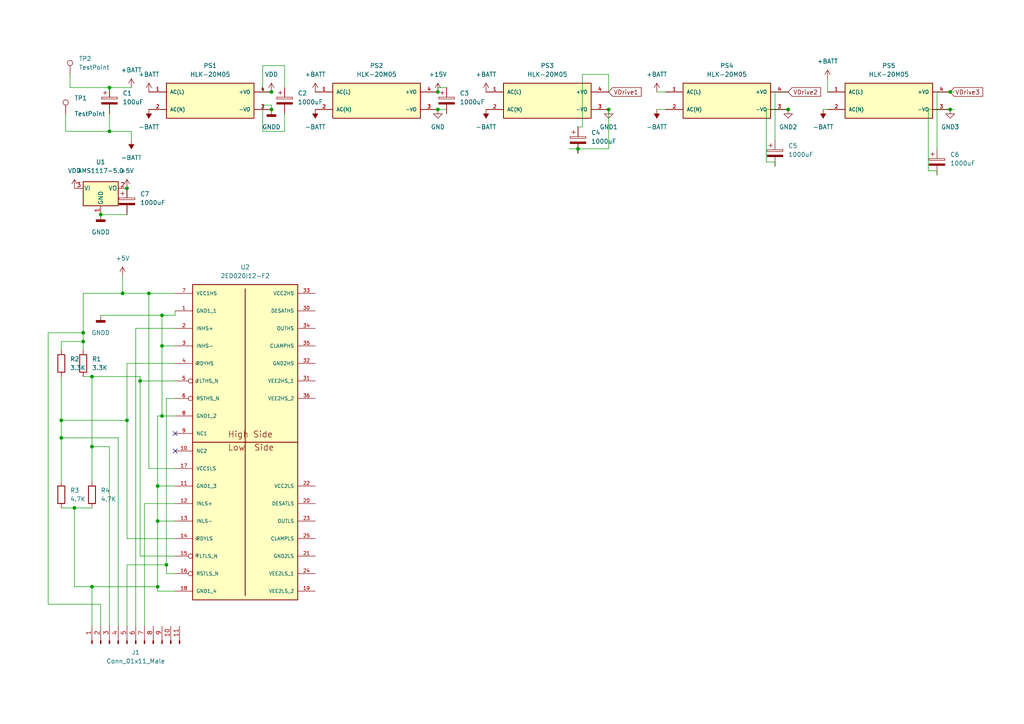
<source format=kicad_sch>
(kicad_sch (version 20211123) (generator eeschema)
  (paper "A4")
  (lib_symbols
    (symbol "Connector:Conn_01x11_Male" (pin_names (offset 1.016) hide)
      (property "Reference" "J" (at 0 15.24 0))
      (property "Value" "Conn_01x11_Male" (at 0 -15.24 0))
      (symbol "Conn_01x11_Male_1_1"
        (polyline (pts (xy 1.27 -12.7) (xy 0.8636 -12.7)) (stroke (width 0.1524)))
        (polyline (pts (xy 1.27 -10.16) (xy 0.8636 -10.16)) (stroke (width 0.1524)))
        (polyline (pts (xy 1.27 -7.62) (xy 0.8636 -7.62)) (stroke (width 0.1524)))
        (polyline (pts (xy 1.27 -5.08) (xy 0.8636 -5.08)) (stroke (width 0.1524)))
        (polyline (pts (xy 1.27 -2.54) (xy 0.8636 -2.54)) (stroke (width 0.1524)))
        (polyline (pts (xy 1.27 0) (xy 0.8636 0)) (stroke (width 0.1524)))
        (polyline (pts (xy 1.27 2.54) (xy 0.8636 2.54)) (stroke (width 0.1524)))
        (polyline (pts (xy 1.27 5.08) (xy 0.8636 5.08)) (stroke (width 0.1524)))
        (polyline (pts (xy 1.27 7.62) (xy 0.8636 7.62)) (stroke (width 0.1524)))
        (polyline (pts (xy 1.27 10.16) (xy 0.8636 10.16)) (stroke (width 0.1524)))
        (polyline (pts (xy 1.27 12.7) (xy 0.8636 12.7)) (stroke (width 0.1524)))
        (rectangle (start 0.8636 -12.573) (end 0 -12.827) (stroke (width 0.1524)) (fill (type outline)))
        (rectangle (start 0.8636 -10.033) (end 0 -10.287) (stroke (width 0.1524)) (fill (type outline)))
        (rectangle (start 0.8636 -7.493) (end 0 -7.747) (stroke (width 0.1524)) (fill (type outline)))
        (rectangle (start 0.8636 -4.953) (end 0 -5.207) (stroke (width 0.1524)) (fill (type outline)))
        (rectangle (start 0.8636 -2.413) (end 0 -2.667) (stroke (width 0.1524)) (fill (type outline)))
        (rectangle (start 0.8636 0.127) (end 0 -0.127) (stroke (width 0.1524)) (fill (type outline)))
        (rectangle (start 0.8636 2.667) (end 0 2.413) (stroke (width 0.1524)) (fill (type outline)))
        (rectangle (start 0.8636 5.207) (end 0 4.953) (stroke (width 0.1524)) (fill (type outline)))
        (rectangle (start 0.8636 7.747) (end 0 7.493) (stroke (width 0.1524)) (fill (type outline)))
        (rectangle (start 0.8636 10.287) (end 0 10.033) (stroke (width 0.1524)) (fill (type outline)))
        (rectangle (start 0.8636 12.827) (end 0 12.573) (stroke (width 0.1524)) (fill (type outline)))
        (pin passive line (at 5.08 12.7 180) (length 3.81) (name "Pin_1") (number "1"))
        (pin passive line (at 5.08 -10.16 180) (length 3.81) (name "Pin_10") (number "10"))
        (pin passive line (at 5.08 -12.7 180) (length 3.81) (name "Pin_11") (number "11"))
        (pin passive line (at 5.08 10.16 180) (length 3.81) (name "Pin_2") (number "2"))
        (pin passive line (at 5.08 7.62 180) (length 3.81) (name "Pin_3") (number "3"))
        (pin passive line (at 5.08 5.08 180) (length 3.81) (name "Pin_4") (number "4"))
        (pin passive line (at 5.08 2.54 180) (length 3.81) (name "Pin_5") (number "5"))
        (pin passive line (at 5.08 0 180) (length 3.81) (name "Pin_6") (number "6"))
        (pin passive line (at 5.08 -2.54 180) (length 3.81) (name "Pin_7") (number "7"))
        (pin passive line (at 5.08 -5.08 180) (length 3.81) (name "Pin_8") (number "8"))
        (pin passive line (at 5.08 -7.62 180) (length 3.81) (name "Pin_9") (number "9"))
      )
    )
    (symbol "Connector:TestPoint" (pin_numbers hide) (pin_names (offset 0.762) hide)
      (property "Reference" "TP" (at 0 6.858 0))
      (property "Value" "TestPoint" (at 0 5.08 0))
      (symbol "TestPoint_0_1"
        (circle (center 0 3.302) (radius 0.762))
      )
      (symbol "TestPoint_1_1"
        (pin passive line (at 0 0 90) (length 2.54) (name "1") (number "1"))
      )
    )
    (symbol "Device:C_Polarized" (pin_numbers hide) (pin_names (offset 0.254))
      (property "Reference" "C" (at 0.635 2.54 0))
      (property "Value" "C_Polarized" (at 0.635 -2.54 0))
      (symbol "C_Polarized_0_1"
        (rectangle (start -2.286 0.508) (end 2.286 1.016))
        (polyline (pts (xy -1.778 2.286) (xy -0.762 2.286)))
        (polyline (pts (xy -1.27 2.794) (xy -1.27 1.778)))
        (rectangle (start 2.286 -0.508) (end -2.286 -1.016) (fill (type outline)))
      )
      (symbol "C_Polarized_1_1"
        (pin passive line (at 0 3.81 270) (length 2.794) (name "~") (number "1"))
        (pin passive line (at 0 -3.81 90) (length 2.794) (name "~") (number "2"))
      )
    )
    (symbol "Device:R" (pin_numbers hide) (pin_names (offset 0))
      (property "Reference" "R" (at 2.032 0 90))
      (property "Value" "R" (at 0 0 90))
      (symbol "R_0_1"
        (rectangle (start -1.016 -2.54) (end 1.016 2.54) (stroke (width 0.254)))
      )
      (symbol "R_1_1"
        (pin passive line (at 0 3.81 270) (length 1.27) (name "~") (number "1"))
        (pin passive line (at 0 -3.81 90) (length 1.27) (name "~") (number "2"))
      )
    )
    (symbol "IGBT_GATE_DRIVER_2ed020i12-f2:2ED020I12-F2" (pin_names (offset 1.016))
      (property "Reference" "U?" (at -0.2 0.34 0))
      (property "Value" "2ED020I12-F2" (at -0.2 -93.48 0))
      (symbol "2ED020I12-F2_0_0"
        (rectangle (start 0 -91.44) (end 30.48 0) (stroke (width 0.254)) (fill (type background)))
        (polyline (pts (xy 0 -45.72) (xy 30.48 -45.72)) (stroke (width 0.254)))
        (polyline (pts (xy 0.8 -78.8) (xy 1.6 -78.8)) (stroke (width 0.1)))
        (polyline (pts (xy 0.8 -78.4) (xy 1.2 -78.8)) (stroke (width 0.1)))
        (polyline (pts (xy 0.8 -74) (xy 1.6 -74)) (stroke (width 0.1)))
        (polyline (pts (xy 0.8 -73.6) (xy 1.2 -74)) (stroke (width 0.1)))
        (polyline (pts (xy 0.8 -28.4) (xy 1.6 -28.4)) (stroke (width 0.1)))
        (polyline (pts (xy 0.8 -28) (xy 1.2 -28.4)) (stroke (width 0.1)))
        (polyline (pts (xy 0.8 -23.2) (xy 1.6 -23.2)) (stroke (width 0.1)))
        (polyline (pts (xy 0.8 -22.8) (xy 1.2 -23.2)) (stroke (width 0.1)))
        (polyline (pts (xy 1.2 -78.8) (xy 1.6 -78.4)) (stroke (width 0.1)))
        (polyline (pts (xy 1.2 -78) (xy 0.8 -78.4)) (stroke (width 0.1)))
        (polyline (pts (xy 1.2 -74) (xy 1.6 -73.6)) (stroke (width 0.1)))
        (polyline (pts (xy 1.2 -73.2) (xy 0.8 -73.6)) (stroke (width 0.1)))
        (polyline (pts (xy 1.2 -28.4) (xy 1.6 -28)) (stroke (width 0.1)))
        (polyline (pts (xy 1.2 -27.6) (xy 0.8 -28)) (stroke (width 0.1)))
        (polyline (pts (xy 1.2 -23.2) (xy 1.6 -22.8)) (stroke (width 0.1)))
        (polyline (pts (xy 1.2 -22.4) (xy 0.8 -22.8)) (stroke (width 0.1)))
        (polyline (pts (xy 1.6 -78.4) (xy 1.2 -78)) (stroke (width 0.1)))
        (polyline (pts (xy 1.6 -73.6) (xy 1.2 -73.2)) (stroke (width 0.1)))
        (polyline (pts (xy 1.6 -28) (xy 1.2 -27.6)) (stroke (width 0.1)))
        (polyline (pts (xy 1.6 -22.8) (xy 1.2 -22.4)) (stroke (width 0.1)))
        (polyline (pts (xy 15.24 -1.27) (xy 15.24 -90.17)) (stroke (width 0.254)))
        (text "High Side" (at 10.16 -44.45 0) (effects (font (size 1.778 1.778)) (justify left bottom)))
        (text "Low  Side" (at 10.16 -48.26 0) (effects (font (size 1.778 1.778)) (justify left bottom)))
        (pin power_in line (at -5.08 -7.62 0) (length 5.08) (name "GND1_1") (number "1"))
        (pin passive line (at -5.08 -48.26 0) (length 5.08) (name "NC2") (number "10"))
        (pin power_in line (at -5.08 -58.42 0) (length 5.08) (name "GND1_3") (number "11"))
        (pin input line (at -5.08 -63.5 0) (length 5.08) (name "INLS+") (number "12"))
        (pin input line (at -5.08 -68.58 0) (length 5.08) (name "INLS-") (number "13"))
        (pin open_collector line (at -5.08 -73.66 0) (length 5.08) (name "RDYLS") (number "14"))
        (pin open_collector inverted (at -5.08 -78.74 0) (length 5.08) (name "FLTLS_N") (number "15"))
        (pin input inverted (at -5.08 -83.82 0) (length 5.08) (name "RSTLS_N") (number "16"))
        (pin power_in line (at -5.08 -53.34 0) (length 5.08) (name "VCC1LS") (number "17"))
        (pin power_in line (at -5.08 -88.9 0) (length 5.08) (name "GND1_4") (number "18"))
        (pin power_in line (at 35.56 -88.9 180) (length 5.08) (name "VEE2LS_2") (number "19"))
        (pin input line (at -5.08 -12.7 0) (length 5.08) (name "INHS+") (number "2"))
        (pin input line (at 35.56 -63.5 180) (length 5.08) (name "DESATLS") (number "20"))
        (pin power_in line (at 35.56 -78.74 180) (length 5.08) (name "GND2LS") (number "21"))
        (pin power_in line (at 35.56 -58.42 180) (length 5.08) (name "VCC2LS") (number "22"))
        (pin output line (at 35.56 -68.58 180) (length 5.08) (name "OUTLS") (number "23"))
        (pin power_in line (at 35.56 -83.82 180) (length 5.08) (name "VEE2LS_1") (number "24"))
        (pin passive line (at 35.56 -73.66 180) (length 5.08) (name "CLAMPLS") (number "25"))
        (pin input line (at -5.08 -17.78 0) (length 5.08) (name "INHS-") (number "3"))
        (pin input line (at 35.56 -7.62 180) (length 5.08) (name "DESATHS") (number "30"))
        (pin power_in line (at 35.56 -27.94 180) (length 5.08) (name "VEE2HS_1") (number "31"))
        (pin power_in line (at 35.56 -22.86 180) (length 5.08) (name "GND2HS") (number "32"))
        (pin power_in line (at 35.56 -2.54 180) (length 5.08) (name "VCC2HS") (number "33"))
        (pin output line (at 35.56 -12.7 180) (length 5.08) (name "OUTHS") (number "34"))
        (pin passive line (at 35.56 -17.78 180) (length 5.08) (name "CLAMPHS") (number "35"))
        (pin power_in line (at 35.56 -33.02 180) (length 5.08) (name "VEE2HS_2") (number "36"))
        (pin open_collector line (at -5.08 -22.86 0) (length 5.08) (name "RDYHS") (number "4"))
        (pin open_collector inverted (at -5.08 -27.94 0) (length 5.08) (name "FLTHS_N") (number "5"))
        (pin input inverted (at -5.08 -33.02 0) (length 5.08) (name "RSTHS_N") (number "6"))
        (pin power_in line (at -5.08 -2.54 0) (length 5.08) (name "VCC1HS") (number "7"))
        (pin power_in line (at -5.08 -38.1 0) (length 5.08) (name "GND1_2") (number "8"))
        (pin passive line (at -5.08 -43.18 0) (length 5.08) (name "NC1") (number "9"))
      )
    )
    (symbol "Isolated_Power_Supply_HiLink:HLK-20M05" (pin_names (offset 1.016))
      (property "Reference" "PS" (at -12.7 5.842 0))
      (property "Value" "HLK-20M05" (at -12.7 -7.62 0))
      (symbol "HLK-20M05_0_0"
        (rectangle (start -12.7 -5.08) (end 12.7 5.08) (stroke (width 0.254)) (fill (type background)))
        (pin input line (at -17.78 2.54 0) (length 5.08) (name "AC(L)") (number "1"))
        (pin input line (at -17.78 -2.54 0) (length 5.08) (name "AC(N)") (number "2"))
        (pin output line (at 17.78 -2.54 180) (length 5.08) (name "-VO") (number "3"))
        (pin output line (at 17.78 2.54 180) (length 5.08) (name "+VO") (number "4"))
      )
    )
    (symbol "Regulator_Linear:AMS1117-5.0" (pin_names (offset 0.254))
      (property "Reference" "U" (at -3.81 3.175 0))
      (property "Value" "AMS1117-5.0" (at 0 3.175 0))
      (symbol "AMS1117-5.0_0_1"
        (rectangle (start -5.08 -5.08) (end 5.08 1.905) (stroke (width 0.254)) (fill (type background)))
      )
      (symbol "AMS1117-5.0_1_1"
        (pin power_in line (at 0 -7.62 90) (length 2.54) (name "GND") (number "1"))
        (pin power_out line (at 7.62 0 180) (length 2.54) (name "VO") (number "2"))
        (pin power_in line (at -7.62 0 0) (length 2.54) (name "VI") (number "3"))
      )
    )
    (symbol "power:+15V" (power) (pin_names (offset 0))
      (property "Value" "+15V" (at 0 3.556 0))
      (symbol "+15V_0_1"
        (polyline (pts (xy -0.762 1.27) (xy 0 2.54)))
        (polyline (pts (xy 0 0) (xy 0 2.54)))
        (polyline (pts (xy 0 2.54) (xy 0.762 1.27)))
      )
      (symbol "+15V_1_1"
        (pin power_in line (at 0 0 90) (length 0) hide (name "+15V") (number "1"))
      )
    )
    (symbol "power:+5V" (power) (pin_names (offset 0))
      (property "Value" "+5V" (at 0 3.556 0))
      (symbol "+5V_0_1"
        (polyline (pts (xy -0.762 1.27) (xy 0 2.54)))
        (polyline (pts (xy 0 0) (xy 0 2.54)))
        (polyline (pts (xy 0 2.54) (xy 0.762 1.27)))
      )
      (symbol "+5V_1_1"
        (pin power_in line (at 0 0 90) (length 0) hide (name "+5V") (number "1"))
      )
    )
    (symbol "power:+BATT" (power) (pin_names (offset 0))
      (property "Value" "+BATT" (at 0 3.556 0))
      (symbol "+BATT_0_1"
        (polyline (pts (xy -0.762 1.27) (xy 0 2.54)))
        (polyline (pts (xy 0 0) (xy 0 2.54)))
        (polyline (pts (xy 0 2.54) (xy 0.762 1.27)))
      )
      (symbol "+BATT_1_1"
        (pin power_in line (at 0 0 90) (length 0) hide (name "+BATT") (number "1"))
      )
    )
    (symbol "power:-BATT" (power) (pin_names (offset 0))
      (property "Value" "-BATT" (at 0 3.556 0))
      (symbol "-BATT_0_1"
        (polyline (pts (xy 0 0) (xy 0 2.54)))
        (polyline (pts (xy 0.762 1.27) (xy -0.762 1.27) (xy 0 2.54) (xy 0.762 1.27)) (fill (type outline)))
      )
      (symbol "-BATT_1_1"
        (pin power_in line (at 0 0 90) (length 0) hide (name "-BATT") (number "1"))
      )
    )
    (symbol "power:GND" (power) (pin_names (offset 0))
      (property "Value" "GND" (at 0 -3.81 0))
      (symbol "GND_0_1"
        (polyline (pts (xy 0 0) (xy 0 -1.27) (xy 1.27 -1.27) (xy 0 -2.54) (xy -1.27 -1.27) (xy 0 -1.27)))
      )
      (symbol "GND_1_1"
        (pin power_in line (at 0 0 270) (length 0) hide (name "GND") (number "1"))
      )
    )
    (symbol "power:GND1" (power) (pin_names (offset 0))
      (property "Value" "GND1" (at 0 -3.81 0))
      (symbol "GND1_0_1"
        (polyline (pts (xy 0 0) (xy 0 -1.27) (xy 1.27 -1.27) (xy 0 -2.54) (xy -1.27 -1.27) (xy 0 -1.27)))
      )
      (symbol "GND1_1_1"
        (pin power_in line (at 0 0 270) (length 0) hide (name "GND1") (number "1"))
      )
    )
    (symbol "power:GND2" (power) (pin_names (offset 0))
      (property "Value" "GND2" (at 0 -3.81 0))
      (symbol "GND2_0_1"
        (polyline (pts (xy 0 0) (xy 0 -1.27) (xy 1.27 -1.27) (xy 0 -2.54) (xy -1.27 -1.27) (xy 0 -1.27)))
      )
      (symbol "GND2_1_1"
        (pin power_in line (at 0 0 270) (length 0) hide (name "GND2") (number "1"))
      )
    )
    (symbol "power:GND3" (power) (pin_names (offset 0))
      (property "Value" "GND3" (at 0 -3.81 0))
      (symbol "GND3_0_1"
        (polyline (pts (xy 0 0) (xy 0 -1.27) (xy 1.27 -1.27) (xy 0 -2.54) (xy -1.27 -1.27) (xy 0 -1.27)))
      )
      (symbol "GND3_1_1"
        (pin power_in line (at 0 0 270) (length 0) hide (name "GND3") (number "1"))
      )
    )
    (symbol "power:GNDD" (power) (pin_names (offset 0))
      (property "Value" "GNDD" (at 0 -3.175 0))
      (symbol "GNDD_0_1"
        (rectangle (start -1.27 -1.524) (end 1.27 -2.032) (stroke (width 0.254)) (fill (type outline)))
        (polyline (pts (xy 0 0) (xy 0 -1.524)))
      )
      (symbol "GNDD_1_1"
        (pin power_in line (at 0 0 270) (length 0) hide (name "GNDD") (number "1"))
      )
    )
    (symbol "power:VDD" (power) (pin_names (offset 0))
      (property "Value" "VDD" (at 0 3.81 0))
      (symbol "VDD_0_1"
        (polyline (pts (xy -0.762 1.27) (xy 0 2.54)))
        (polyline (pts (xy 0 0) (xy 0 2.54)))
        (polyline (pts (xy 0 2.54) (xy 0.762 1.27)))
      )
      (symbol "VDD_1_1"
        (pin power_in line (at 0 0 90) (length 0) hide (name "VDD") (number "1"))
      )
    )
  )
  (junction (at 78.74 26.67))
  (junction (at 176.53 31.75))
  (junction (at 17.78 121.92))
  (junction (at 43.18 85.09))
  (junction (at 31.75 38.1))
  (junction (at 24.13 99.06))
  (junction (at 36.83 54.61))
  (junction (at 36.83 121.92))
  (junction (at 46.99 120.65))
  (junction (at 127 31.75))
  (junction (at 26.67 129.54))
  (junction (at 35.56 85.09))
  (junction (at 40.64 110.49))
  (junction (at 21.59 147.32))
  (junction (at 45.72 170.18))
  (junction (at 275.59 26.67))
  (junction (at 31.75 25.4))
  (junction (at 45.72 140.97))
  (junction (at 167.64 43.18))
  (junction (at 26.67 170.18))
  (junction (at 29.21 62.23))
  (junction (at 48.26 163.83))
  (junction (at 78.74 31.75))
  (junction (at 24.13 96.52))
  (junction (at 228.6 31.75))
  (junction (at 275.59 31.75))
  (junction (at 17.78 127))
  (junction (at 45.72 151.13))
  (junction (at 46.99 100.33))
  (junction (at 46.99 91.44))
  (junction (at 26.67 109.22))
  (junction (at 127 26.67))
  (no_connect (at 50.8 125.73))
  (no_connect (at 50.8 130.81))
  (wire (pts (xy 36.83 163.83) (xy 48.26 163.83)))
  (wire (pts (xy 50.8 100.33) (xy 46.99 100.33)))
  (wire (pts (xy 276.86 31.75) (xy 275.59 31.75)))
  (wire (pts (xy 76.2 19.05) (xy 76.2 26.67)))
  (wire (pts (xy 24.13 99.06) (xy 24.13 96.52)))
  (wire (pts (xy 48.26 163.83) (xy 48.26 115.57)))
  (wire (pts (xy 26.67 109.22) (xy 26.67 129.54)))
  (wire (pts (xy 224.79 26.67) (xy 228.6 26.67)))
  (wire (pts (xy 129.54 31.75) (xy 127 31.75)))
  (wire (pts (xy 24.13 96.52) (xy 24.13 85.09)))
  (wire (pts (xy 82.55 38.1) (xy 76.2 38.1)))
  (wire (pts (xy 48.26 115.57) (xy 50.8 115.57)))
  (wire (pts (xy 36.83 181.61) (xy 36.83 163.83)))
  (wire (pts (xy 20.32 21.59) (xy 20.32 25.4)))
  (wire (pts (xy 26.67 170.18) (xy 45.72 170.18)))
  (wire (pts (xy 36.83 156.21) (xy 50.8 156.21)))
  (wire (pts (xy 50.8 171.45) (xy 45.72 171.45)))
  (wire (pts (xy 17.78 139.7) (xy 17.78 127)))
  (wire (pts (xy 78.74 30.48) (xy 78.74 31.75)))
  (wire (pts (xy 176.53 21.59) (xy 176.53 26.67)))
  (wire (pts (xy 50.8 135.89) (xy 43.18 135.89)))
  (wire (pts (xy 50.8 146.05) (xy 41.91 146.05)))
  (wire (pts (xy 222.25 31.75) (xy 228.6 31.75)))
  (wire (pts (xy 40.64 109.22) (xy 40.64 110.49)))
  (wire (pts (xy 222.25 46.99) (xy 222.25 31.75)))
  (wire (pts (xy 31.75 25.4) (xy 38.1 25.4)))
  (wire (pts (xy 127 25.4) (xy 127 26.67)))
  (wire (pts (xy 31.75 33.02) (xy 31.75 38.1)))
  (wire (pts (xy 24.13 85.09) (xy 35.56 85.09)))
  (wire (pts (xy 48.26 166.37) (xy 48.26 163.83)))
  (wire (pts (xy 29.21 175.26) (xy 13.97 175.26)))
  (wire (pts (xy 43.18 85.09) (xy 43.18 135.89)))
  (wire (pts (xy 26.67 170.18) (xy 26.67 181.61)))
  (wire (pts (xy 45.72 140.97) (xy 50.8 140.97)))
  (wire (pts (xy 167.64 43.18) (xy 176.53 43.18)))
  (wire (pts (xy 17.78 121.92) (xy 36.83 121.92)))
  (wire (pts (xy 24.13 101.6) (xy 24.13 99.06)))
  (wire (pts (xy 50.8 161.29) (xy 40.64 161.29)))
  (wire (pts (xy 19.05 38.1) (xy 19.05 33.02)))
  (wire (pts (xy 269.24 31.75) (xy 275.59 31.75)))
  (wire (pts (xy 21.59 147.32) (xy 21.59 170.18)))
  (wire (pts (xy 17.78 147.32) (xy 21.59 147.32)))
  (wire (pts (xy 13.97 175.26) (xy 13.97 96.52)))
  (wire (pts (xy 50.8 105.41) (xy 36.83 105.41)))
  (wire (pts (xy 20.32 25.4) (xy 31.75 25.4)))
  (wire (pts (xy 17.78 127) (xy 17.78 121.92)))
  (wire (pts (xy 46.99 100.33) (xy 46.99 120.65)))
  (wire (pts (xy 45.72 140.97) (xy 45.72 120.65)))
  (wire (pts (xy 21.59 147.32) (xy 26.67 147.32)))
  (wire (pts (xy 82.55 33.02) (xy 82.55 38.1)))
  (wire (pts (xy 167.64 36.83) (xy 168.91 36.83)))
  (wire (pts (xy 45.72 170.18) (xy 45.72 151.13)))
  (wire (pts (xy 165.1 43.18) (xy 167.64 43.18)))
  (wire (pts (xy 29.21 62.23) (xy 36.83 62.23)))
  (wire (pts (xy 129.54 33.02) (xy 129.54 31.75)))
  (wire (pts (xy 168.91 36.83) (xy 168.91 21.59)))
  (wire (pts (xy 271.78 26.67) (xy 275.59 26.67)))
  (wire (pts (xy 35.56 85.09) (xy 43.18 85.09)))
  (wire (pts (xy 240.03 31.75) (xy 238.76 31.75)))
  (wire (pts (xy 50.8 166.37) (xy 48.26 166.37)))
  (wire (pts (xy 240.03 22.86) (xy 240.03 26.67)))
  (wire (pts (xy 31.75 129.54) (xy 26.67 129.54)))
  (wire (pts (xy 26.67 129.54) (xy 26.67 139.7)))
  (wire (pts (xy 76.2 26.67) (xy 78.74 26.67)))
  (wire (pts (xy 24.13 109.22) (xy 26.67 109.22)))
  (wire (pts (xy 45.72 151.13) (xy 50.8 151.13)))
  (wire (pts (xy 31.75 38.1) (xy 38.1 38.1)))
  (wire (pts (xy 167.64 44.45) (xy 167.64 43.18)))
  (wire (pts (xy 50.8 120.65) (xy 46.99 120.65)))
  (wire (pts (xy 21.59 170.18) (xy 26.67 170.18)))
  (wire (pts (xy 46.99 91.44) (xy 50.8 91.44)))
  (wire (pts (xy 29.21 91.44) (xy 46.99 91.44)))
  (wire (pts (xy 36.83 105.41) (xy 36.83 121.92)))
  (wire (pts (xy 39.37 95.25) (xy 50.8 95.25)))
  (wire (pts (xy 40.64 110.49) (xy 50.8 110.49)))
  (wire (pts (xy 45.72 120.65) (xy 46.99 120.65)))
  (wire (pts (xy 17.78 99.06) (xy 24.13 99.06)))
  (wire (pts (xy 46.99 91.44) (xy 46.99 100.33)))
  (wire (pts (xy 17.78 101.6) (xy 17.78 99.06)))
  (wire (pts (xy 36.83 121.92) (xy 36.83 156.21)))
  (wire (pts (xy 34.29 127) (xy 17.78 127)))
  (wire (pts (xy 82.55 25.4) (xy 82.55 19.05)))
  (wire (pts (xy 224.79 46.99) (xy 222.25 46.99)))
  (wire (pts (xy 41.91 146.05) (xy 41.91 181.61)))
  (wire (pts (xy 193.04 26.67) (xy 190.5 26.67)))
  (wire (pts (xy 271.78 43.18) (xy 271.78 26.67)))
  (wire (pts (xy 50.8 91.44) (xy 50.8 90.17)))
  (wire (pts (xy 271.78 50.8) (xy 271.78 49.53)))
  (wire (pts (xy 17.78 109.22) (xy 17.78 121.92)))
  (wire (pts (xy 45.72 151.13) (xy 45.72 140.97)))
  (wire (pts (xy 76.2 30.48) (xy 78.74 30.48)))
  (wire (pts (xy 176.53 43.18) (xy 176.53 31.75)))
  (wire (pts (xy 224.79 48.26) (xy 224.79 46.99)))
  (wire (pts (xy 26.67 109.22) (xy 40.64 109.22)))
  (wire (pts (xy 129.54 25.4) (xy 127 25.4)))
  (wire (pts (xy 224.79 40.64) (xy 224.79 26.67)))
  (wire (pts (xy 76.2 38.1) (xy 76.2 30.48)))
  (wire (pts (xy 45.72 171.45) (xy 45.72 170.18)))
  (wire (pts (xy 29.21 181.61) (xy 29.21 175.26)))
  (wire (pts (xy 168.91 21.59) (xy 176.53 21.59)))
  (wire (pts (xy 271.78 49.53) (xy 269.24 49.53)))
  (wire (pts (xy 40.64 161.29) (xy 40.64 110.49)))
  (wire (pts (xy 38.1 40.64) (xy 38.1 38.1)))
  (wire (pts (xy 31.75 181.61) (xy 31.75 129.54)))
  (wire (pts (xy 193.04 31.75) (xy 190.5 31.75)))
  (wire (pts (xy 19.05 38.1) (xy 31.75 38.1)))
  (wire (pts (xy 276.86 26.67) (xy 275.59 26.67)))
  (wire (pts (xy 35.56 85.09) (xy 35.56 80.01)))
  (wire (pts (xy 269.24 49.53) (xy 269.24 31.75)))
  (wire (pts (xy 13.97 96.52) (xy 24.13 96.52)))
  (wire (pts (xy 34.29 181.61) (xy 34.29 127)))
  (wire (pts (xy 39.37 95.25) (xy 39.37 181.61)))
  (wire (pts (xy 50.8 85.09) (xy 43.18 85.09)))
  (wire (pts (xy 82.55 19.05) (xy 76.2 19.05)))
  (global_label "VDrive1" (shape input) (at 176.53 26.67 0) (property "Intersheet References" "${INTERSHEET_REFS}" (effects hide)))
  (global_label "VDrive3" (shape input) (at 275.59 26.67 0) (property "Intersheet References" "${INTERSHEET_REFS}" (effects hide)))
  (global_label "VDrive2" (shape input) (at 228.6 26.67 0) (property "Intersheet References" "${INTERSHEET_REFS}" (effects hide)))
  (symbol (lib_id "Isolated_Power_Supply_HiLink:HLK-20M05") (at 109.22 29.21 0) (unit 1)
    (property "Reference" "PS2" (at 109.22 19.05 0))
    (property "Value" "HLK-20M05" (at 109.22 21.59 0))
    (property "Footprint" "CONV_HLK-20M05" (effects hide))
    (property "MANUFACTURER" "Hi-Link" (effects hide))
    (property "PARTREV" "V1.3" (effects hide))
    (property "MAXIMUM_PACKAGE_HEIGHT" "22.5 mm" (effects hide))
    (property "STANDARD" "Manufacturer Recommendations" (effects hide))
  )
  (symbol (lib_id "power:-BATT") (at 43.18 31.75 180) (unit 1)
    (property "Reference" "#PWR04" (effects hide))
    (property "Value" "-BATT" (at 43.18 36.83 0))
  )
  (symbol (lib_id "power:GND2") (at 228.6 31.75 0) (unit 1)
    (property "Reference" "#PWR016" (effects hide))
    (property "Value" "GND2" (at 228.6 36.83 0))
  )
  (symbol (lib_id "Connector:TestPoint") (at 19.05 33.02 0) (unit 1)
    (property "Reference" "TP1" (at 21.59 28.4479 0) (effects (justify left)))
    (property "Value" "TestPoint" (at 21.59 33.02 0) (effects (justify left)))
    (property "Footprint" "TestPoint:TestPoint_Pad_D3.0mm" (effects hide))
  )
  (symbol (lib_id "Device:C_Polarized") (at 31.75 29.21 0) (unit 1)
    (property "Reference" "C1" (at 35.56 27.0509 0) (effects (justify left)))
    (property "Value" "100uF" (at 35.56 29.5909 0) (effects (justify left)))
    (property "Footprint" "Capacitor_THT:CP_Radial_D8.0mm_P5.00mm" (effects hide))
  )
  (symbol (lib_id "power:GNDD") (at 29.21 62.23 0) (unit 1)
    (property "Reference" "#PWR021" (effects hide))
    (property "Value" "GNDD" (at 29.21 67.31 0))
  )
  (symbol (lib_id "power:VDD") (at 78.74 26.67 0) (unit 1)
    (property "Reference" "#PWR05" (effects hide))
    (property "Value" "VDD" (at 78.74 21.59 0))
  )
  (symbol (lib_id "Device:C_Polarized") (at 167.64 40.64 0) (unit 1)
    (property "Reference" "C4" (at 171.45 38.4809 0) (effects (justify left)))
    (property "Value" "1000uF" (at 171.45 41.0209 0) (effects (justify left)))
    (property "Footprint" "Capacitor_THT:CP_Radial_D8.0mm_P5.00mm" (effects hide))
  )
  (symbol (lib_id "Connector:Conn_01x11_Male") (at 39.37 186.69 90) (unit 1)
    (property "Reference" "J1" (at 39.37 189.23 90))
    (property "Value" "Conn_01x11_Male" (at 39.37 191.77 90))
    (property "Footprint" "Connector_PinHeader_2.54mm:PinHeader_1x11_P2.54mm_Vertical" (effects hide))
  )
  (symbol (lib_id "power:VDD") (at 21.59 54.61 0) (unit 1)
    (property "Reference" "#PWR020" (effects hide))
    (property "Value" "VDD" (at 21.59 49.53 0))
  )
  (symbol (lib_id "power:+BATT") (at 91.44 26.67 0) (unit 1)
    (property "Reference" "#PWR07" (effects hide))
    (property "Value" "+BATT" (at 91.44 21.59 0))
  )
  (symbol (lib_id "Isolated_Power_Supply_HiLink:HLK-20M05") (at 210.82 29.21 0) (unit 1)
    (property "Reference" "PS4" (at 210.82 19.05 0))
    (property "Value" "HLK-20M05" (at 210.82 21.59 0))
    (property "Footprint" "CONV_HLK-20M05" (effects hide))
    (property "MANUFACTURER" "Hi-Link" (effects hide))
    (property "PARTREV" "V1.3" (effects hide))
    (property "MAXIMUM_PACKAGE_HEIGHT" "22.5 mm" (effects hide))
    (property "STANDARD" "Manufacturer Recommendations" (effects hide))
  )
  (symbol (lib_id "IGBT_GATE_DRIVER_2ed020i12-f2:2ED020I12-F2") (at 55.88 82.55 0) (unit 1)
    (property "Reference" "U2" (at 71.12 77.47 0))
    (property "Value" "2ED020I12-F2" (at 71.12 80.01 0))
    (property "Footprint" "SOP65P1030X265-36_32N-V" (effects hide))
  )
  (symbol (lib_id "Device:C_Polarized") (at 82.55 29.21 0) (unit 1)
    (property "Reference" "C2" (at 86.36 27.0509 0) (effects (justify left)))
    (property "Value" "1000uF" (at 86.36 29.5909 0) (effects (justify left)))
    (property "Footprint" "Capacitor_THT:CP_Radial_D8.0mm_P5.00mm" (effects hide))
  )
  (symbol (lib_id "power:-BATT") (at 38.1 40.64 180) (unit 1)
    (property "Reference" "#PWR02" (effects hide))
    (property "Value" "-BATT" (at 38.1 45.72 0))
  )
  (symbol (lib_id "Isolated_Power_Supply_HiLink:HLK-20M05") (at 60.96 29.21 0) (unit 1)
    (property "Reference" "PS1" (at 60.96 19.05 0))
    (property "Value" "HLK-20M05" (at 60.96 21.59 0))
    (property "Footprint" "CONV_HLK-20M05" (effects hide))
    (property "MANUFACTURER" "Hi-Link" (effects hide))
    (property "PARTREV" "V1.3" (effects hide))
    (property "MAXIMUM_PACKAGE_HEIGHT" "22.5 mm" (effects hide))
    (property "STANDARD" "Manufacturer Recommendations" (effects hide))
  )
  (symbol (lib_id "power:GNDD") (at 29.21 91.44 0) (unit 1)
    (property "Reference" "#PWR0101" (effects hide))
    (property "Value" "GNDD" (at 29.21 96.52 0))
  )
  (symbol (lib_id "power:-BATT") (at 91.44 31.75 180) (unit 1)
    (property "Reference" "#PWR08" (effects hide))
    (property "Value" "-BATT" (at 91.44 36.83 0))
  )
  (symbol (lib_id "power:GNDD") (at 78.74 31.75 0) (unit 1)
    (property "Reference" "#PWR06" (effects hide))
    (property "Value" "GNDD" (at 78.74 36.83 0))
  )
  (symbol (lib_id "Isolated_Power_Supply_HiLink:HLK-20M05") (at 257.81 29.21 0) (unit 1)
    (property "Reference" "PS5" (at 257.81 19.05 0))
    (property "Value" "HLK-20M05" (at 257.81 21.59 0))
    (property "Footprint" "CONV_HLK-20M05" (effects hide))
    (property "MANUFACTURER" "Hi-Link" (effects hide))
    (property "PARTREV" "V1.3" (effects hide))
    (property "MAXIMUM_PACKAGE_HEIGHT" "22.5 mm" (effects hide))
    (property "STANDARD" "Manufacturer Recommendations" (effects hide))
  )
  (symbol (lib_id "power:+15V") (at 127 26.67 0) (unit 1)
    (property "Reference" "#PWR09" (effects hide))
    (property "Value" "+15V" (at 127 21.59 0))
  )
  (symbol (lib_id "power:+5V") (at 36.83 54.61 0) (unit 1)
    (property "Reference" "#PWR022" (effects hide))
    (property "Value" "+5V" (at 36.83 49.53 0))
  )
  (symbol (lib_id "Device:C_Polarized") (at 271.78 46.99 0) (unit 1)
    (property "Reference" "C6" (at 275.59 44.8309 0) (effects (justify left)))
    (property "Value" "1000uF" (at 275.59 47.3709 0) (effects (justify left)))
    (property "Footprint" "Capacitor_THT:CP_Radial_D8.0mm_P5.00mm" (effects hide))
  )
  (symbol (lib_id "Isolated_Power_Supply_HiLink:HLK-20M05") (at 158.75 29.21 0) (unit 1)
    (property "Reference" "PS3" (at 158.75 19.05 0))
    (property "Value" "HLK-20M05" (at 158.75 21.59 0))
    (property "Footprint" "CONV_HLK-20M05" (effects hide))
    (property "MANUFACTURER" "Hi-Link" (effects hide))
    (property "PARTREV" "V1.3" (effects hide))
    (property "MAXIMUM_PACKAGE_HEIGHT" "22.5 mm" (effects hide))
    (property "STANDARD" "Manufacturer Recommendations" (effects hide))
  )
  (symbol (lib_id "Device:C_Polarized") (at 129.54 29.21 0) (unit 1)
    (property "Reference" "C3" (at 133.35 27.0509 0) (effects (justify left)))
    (property "Value" "1000uF" (at 133.35 29.5909 0) (effects (justify left)))
    (property "Footprint" "Capacitor_THT:CP_Radial_D8.0mm_P5.00mm" (effects hide))
  )
  (symbol (lib_id "power:-BATT") (at 238.76 31.75 180) (unit 1)
    (property "Reference" "#PWR017" (effects hide))
    (property "Value" "-BATT" (at 238.76 36.83 0))
  )
  (symbol (lib_id "power:GND3") (at 275.59 31.75 0) (unit 1)
    (property "Reference" "#PWR019" (effects hide))
    (property "Value" "GND3" (at 275.59 36.83 0))
  )
  (symbol (lib_id "Device:R") (at 26.67 143.51 0) (unit 1)
    (property "Reference" "R4" (at 29.21 142.2399 0) (effects (justify left)))
    (property "Value" "4.7K" (at 29.21 144.7799 0) (effects (justify left)))
    (property "Footprint" "Resistor_THT:R_Axial_DIN0411_L9.9mm_D3.6mm_P12.70mm_Horizontal" (effects hide))
  )
  (symbol (lib_id "Device:C_Polarized") (at 224.79 44.45 0) (unit 1)
    (property "Reference" "C5" (at 228.6 42.2909 0) (effects (justify left)))
    (property "Value" "1000uF" (at 228.6 44.8309 0) (effects (justify left)))
    (property "Footprint" "Capacitor_THT:CP_Radial_D8.0mm_P5.00mm" (effects hide))
  )
  (symbol (lib_id "power:+BATT") (at 38.1 25.4 0) (unit 1)
    (property "Reference" "#PWR01" (effects hide))
    (property "Value" "+BATT" (at 38.1 20.32 0))
  )
  (symbol (lib_id "power:+BATT") (at 240.03 22.86 0) (unit 1)
    (property "Reference" "#PWR018" (effects hide))
    (property "Value" "+BATT" (at 240.03 17.78 0))
  )
  (symbol (lib_id "Device:R") (at 24.13 105.41 0) (unit 1)
    (property "Reference" "R1" (at 26.67 104.1399 0) (effects (justify left)))
    (property "Value" "3.3K" (at 26.67 106.6799 0) (effects (justify left)))
    (property "Footprint" "Resistor_THT:R_Axial_DIN0411_L9.9mm_D3.6mm_P12.70mm_Horizontal" (effects hide))
  )
  (symbol (lib_id "power:+5V") (at 35.56 80.01 0) (unit 1)
    (property "Reference" "#PWR0102" (effects hide))
    (property "Value" "+5V" (at 35.56 74.93 0))
  )
  (symbol (lib_id "power:+BATT") (at 140.97 26.67 0) (unit 1)
    (property "Reference" "#PWR011" (effects hide))
    (property "Value" "+BATT" (at 140.97 21.59 0))
  )
  (symbol (lib_id "Regulator_Linear:AMS1117-5.0") (at 29.21 54.61 0) (unit 1)
    (property "Reference" "U1" (at 29.21 46.99 0))
    (property "Value" "AMS1117-5.0" (at 29.21 49.53 0))
    (property "Footprint" "Package_TO_SOT_SMD:SOT-223-3_TabPin2" (effects hide))
    (property "Datasheet" "http://www.advanced-monolithic.com/pdf/ds1117.pdf" (effects hide))
  )
  (symbol (lib_id "Device:R") (at 17.78 143.51 0) (unit 1)
    (property "Reference" "R3" (at 20.32 142.2399 0) (effects (justify left)))
    (property "Value" "4.7K" (at 20.32 144.7799 0) (effects (justify left)))
    (property "Footprint" "Resistor_THT:R_Axial_DIN0411_L9.9mm_D3.6mm_P12.70mm_Horizontal" (effects hide))
  )
  (symbol (lib_id "Device:C_Polarized") (at 36.83 58.42 0) (unit 1)
    (property "Reference" "C7" (at 40.64 56.2609 0) (effects (justify left)))
    (property "Value" "1000uF" (at 40.64 58.8009 0) (effects (justify left)))
    (property "Footprint" "Capacitor_THT:CP_Radial_D8.0mm_P5.00mm" (effects hide))
  )
  (symbol (lib_id "power:GND") (at 127 31.75 0) (unit 1)
    (property "Reference" "#PWR010" (effects hide))
    (property "Value" "GND" (at 127 36.83 0))
  )
  (symbol (lib_id "power:-BATT") (at 140.97 31.75 180) (unit 1)
    (property "Reference" "#PWR012" (effects hide))
    (property "Value" "-BATT" (at 140.97 36.83 0))
  )
  (symbol (lib_id "power:+BATT") (at 190.5 26.67 0) (unit 1)
    (property "Reference" "#PWR014" (effects hide))
    (property "Value" "+BATT" (at 190.5 21.59 0))
  )
  (symbol (lib_id "power:+BATT") (at 43.18 26.67 0) (unit 1)
    (property "Reference" "#PWR03" (effects hide))
    (property "Value" "+BATT" (at 43.18 21.59 0))
  )
  (symbol (lib_id "Connector:TestPoint") (at 20.32 21.59 0) (unit 1)
    (property "Reference" "TP2" (at 22.86 17.0179 0) (effects (justify left)))
    (property "Value" "TestPoint" (at 22.86 19.5579 0) (effects (justify left)))
    (property "Footprint" "TestPoint:TestPoint_Pad_D3.0mm" (effects hide))
  )
  (symbol (lib_id "Device:R") (at 17.78 105.41 0) (unit 1)
    (property "Reference" "R2" (at 20.32 104.1399 0) (effects (justify left)))
    (property "Value" "3.3K" (at 20.32 106.6799 0) (effects (justify left)))
    (property "Footprint" "Resistor_THT:R_Axial_DIN0411_L9.9mm_D3.6mm_P12.70mm_Horizontal" (effects hide))
  )
  (symbol (lib_id "power:GND1") (at 176.53 31.75 0) (unit 1)
    (property "Reference" "#PWR013" (effects hide))
    (property "Value" "GND1" (at 176.53 36.83 0))
  )
  (symbol (lib_id "power:-BATT") (at 190.5 31.75 180) (unit 1)
    (property "Reference" "#PWR015" (effects hide))
    (property "Value" "-BATT" (at 190.5 36.83 0))
  )
)
</source>
